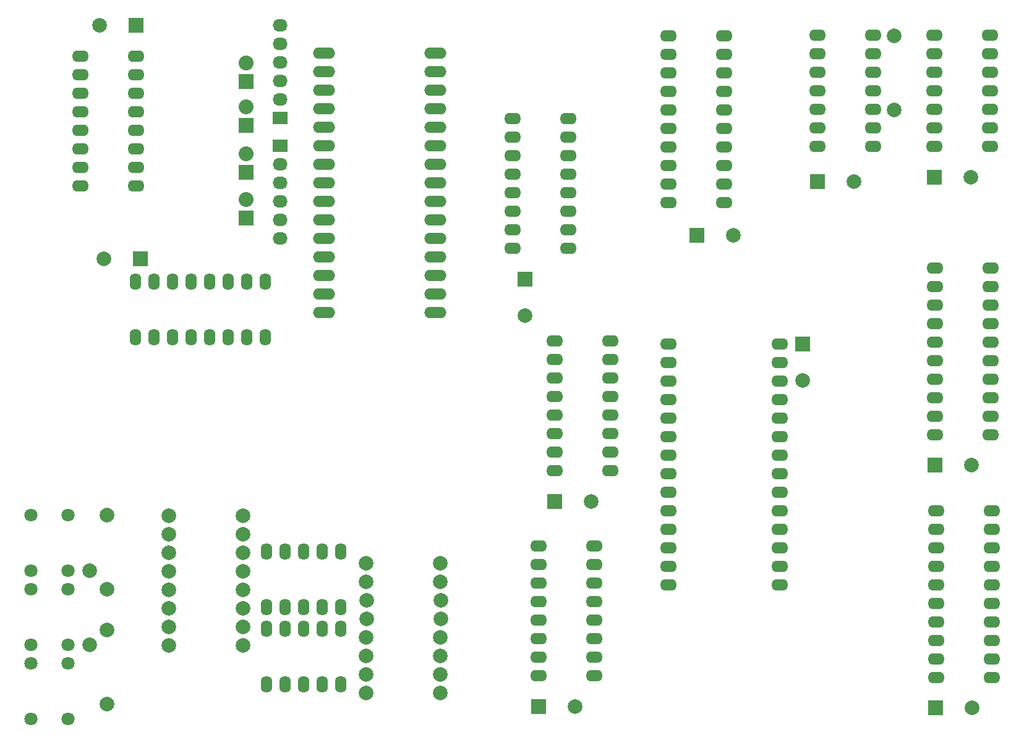
<source format=gbr>
G04 #@! TF.FileFunction,Soldermask,Top*
%FSLAX46Y46*%
G04 Gerber Fmt 4.6, Leading zero omitted, Abs format (unit mm)*
G04 Created by KiCad (PCBNEW 4.0.1-stable) date Dienstag, 26. April 2016 14:06:35*
%MOMM*%
G01*
G04 APERTURE LIST*
%ADD10C,0.100000*%
%ADD11C,1.998980*%
%ADD12O,2.300000X1.600000*%
%ADD13O,1.600000X2.300000*%
%ADD14R,2.032000X2.032000*%
%ADD15O,2.032000X2.032000*%
%ADD16R,2.032000X1.727200*%
%ADD17O,2.032000X1.727200*%
%ADD18O,3.048000X1.524000*%
%ADD19C,1.800000*%
%ADD20R,2.000000X2.000000*%
%ADD21C,2.000000*%
G04 APERTURE END LIST*
D10*
D11*
X103070660Y-118264940D03*
X92910660Y-118264940D03*
X103070660Y-123344940D03*
X92910660Y-123344940D03*
X103070660Y-120804940D03*
X92910660Y-120804940D03*
D12*
X147660400Y-81610200D03*
X147660400Y-79070200D03*
X147660400Y-76530200D03*
X147660400Y-73990200D03*
X147660400Y-71450200D03*
X147660400Y-68910200D03*
X147660400Y-66370200D03*
X147660400Y-63830200D03*
X140040400Y-63830200D03*
X140040400Y-66370200D03*
X140040400Y-68910200D03*
X140040400Y-71450200D03*
X140040400Y-73990200D03*
X140040400Y-76530200D03*
X140040400Y-79070200D03*
X140040400Y-81610200D03*
X153365200Y-112107980D03*
X153365200Y-109567980D03*
X153365200Y-107027980D03*
X153365200Y-104487980D03*
X153365200Y-101947980D03*
X153365200Y-99407980D03*
X153365200Y-96867980D03*
X153365200Y-94327980D03*
X145745200Y-94327980D03*
X145745200Y-96867980D03*
X145745200Y-99407980D03*
X145745200Y-101947980D03*
X145745200Y-104487980D03*
X145745200Y-107027980D03*
X145745200Y-109567980D03*
X145745200Y-112107980D03*
X151223980Y-140202920D03*
X151223980Y-137662920D03*
X151223980Y-135122920D03*
X151223980Y-132582920D03*
X151223980Y-130042920D03*
X151223980Y-127502920D03*
X151223980Y-124962920D03*
X151223980Y-122422920D03*
X143603980Y-122422920D03*
X143603980Y-124962920D03*
X143603980Y-127502920D03*
X143603980Y-130042920D03*
X143603980Y-132582920D03*
X143603980Y-135122920D03*
X143603980Y-137662920D03*
X143603980Y-140202920D03*
D13*
X106342180Y-130754120D03*
X108882180Y-130754120D03*
X111422180Y-130754120D03*
X113962180Y-130754120D03*
X116502180Y-130754120D03*
X116502180Y-123134120D03*
X113962180Y-123134120D03*
X111422180Y-123134120D03*
X108882180Y-123134120D03*
X106342180Y-123134120D03*
X106349800Y-141396720D03*
X108889800Y-141396720D03*
X111429800Y-141396720D03*
X113969800Y-141396720D03*
X116509800Y-141396720D03*
X116509800Y-133776720D03*
X113969800Y-133776720D03*
X111429800Y-133776720D03*
X108889800Y-133776720D03*
X106349800Y-133776720D03*
D12*
X80865478Y-55292524D03*
X80865478Y-57832524D03*
X80865478Y-60372524D03*
X80865478Y-62912524D03*
X80865478Y-65452524D03*
X80865478Y-67992524D03*
X80865478Y-70532524D03*
X80865478Y-73072524D03*
X88485478Y-73072524D03*
X88485478Y-70532524D03*
X88485478Y-67992524D03*
X88485478Y-65452524D03*
X88485478Y-62912524D03*
X88485478Y-60372524D03*
X88485478Y-57832524D03*
X88485478Y-55292524D03*
D13*
X88397080Y-93779340D03*
X90937080Y-93779340D03*
X93477080Y-93779340D03*
X96017080Y-93779340D03*
X98557080Y-93779340D03*
X101097080Y-93779340D03*
X103637080Y-93779340D03*
X106177080Y-93779340D03*
X106177080Y-86159340D03*
X103637080Y-86159340D03*
X101097080Y-86159340D03*
X98557080Y-86159340D03*
X96017080Y-86159340D03*
X93477080Y-86159340D03*
X90937080Y-86159340D03*
X88397080Y-86159340D03*
D14*
X103567840Y-77431900D03*
D15*
X103567840Y-74891900D03*
D16*
X108186220Y-63726060D03*
D17*
X108186220Y-61186060D03*
X108186220Y-58646060D03*
X108186220Y-56106060D03*
X108186220Y-53566060D03*
X108186220Y-51026060D03*
D18*
X129402840Y-90429080D03*
X129402840Y-87889080D03*
X129402840Y-85349080D03*
X129402840Y-82809080D03*
X129402840Y-80269080D03*
X129402840Y-77729080D03*
X129402840Y-75189080D03*
X129402840Y-72649080D03*
X129402840Y-70109080D03*
X129402840Y-67569080D03*
X129402840Y-65029080D03*
X129402840Y-62489080D03*
X129402840Y-59949080D03*
X129402840Y-57409080D03*
X129402840Y-54869080D03*
X114162840Y-54869080D03*
X114162840Y-57409080D03*
X114162840Y-59949080D03*
X114162840Y-62489080D03*
X114162840Y-65029080D03*
X114162840Y-67569080D03*
X114162840Y-70109080D03*
X114162840Y-72649080D03*
X114162840Y-75189080D03*
X114162840Y-77729080D03*
X114162840Y-80269080D03*
X114162840Y-82809080D03*
X114162840Y-85349080D03*
X114162840Y-87889080D03*
X114162840Y-90429080D03*
D11*
X84513420Y-133906260D03*
X84513420Y-144066260D03*
D12*
X168971000Y-75285600D03*
X168971000Y-72745600D03*
X168971000Y-70205600D03*
X168971000Y-67665600D03*
X168971000Y-65125600D03*
X168971000Y-62585600D03*
X168971000Y-60045600D03*
X168971000Y-57505600D03*
X168971000Y-54965600D03*
X168971000Y-52425600D03*
X161351000Y-52425600D03*
X161351000Y-54965600D03*
X161351000Y-57505600D03*
X161351000Y-60045600D03*
X161351000Y-62585600D03*
X161351000Y-65125600D03*
X161351000Y-67665600D03*
X161351000Y-70205600D03*
X161351000Y-72745600D03*
X161351000Y-75285600D03*
D11*
X192262800Y-62611000D03*
X192262800Y-52451000D03*
D12*
X205369200Y-67614800D03*
X205369200Y-65074800D03*
X205369200Y-62534800D03*
X205369200Y-59994800D03*
X205369200Y-57454800D03*
X205369200Y-54914800D03*
X205369200Y-52374800D03*
X197749200Y-52374800D03*
X197749200Y-54914800D03*
X197749200Y-57454800D03*
X197749200Y-59994800D03*
X197749200Y-62534800D03*
X197749200Y-65074800D03*
X197749200Y-67614800D03*
X189367200Y-67614800D03*
X189367200Y-65074800D03*
X189367200Y-62534800D03*
X189367200Y-59994800D03*
X189367200Y-57454800D03*
X189367200Y-54914800D03*
X189367200Y-52374800D03*
X181747200Y-52374800D03*
X181747200Y-54914800D03*
X181747200Y-57454800D03*
X181747200Y-59994800D03*
X181747200Y-62534800D03*
X181747200Y-65074800D03*
X181747200Y-67614800D03*
X161351000Y-94742000D03*
X161351000Y-97282000D03*
X161351000Y-99822000D03*
X161351000Y-102362000D03*
X161351000Y-104902000D03*
X161351000Y-107442000D03*
X161351000Y-109982000D03*
X161351000Y-112522000D03*
X161351000Y-115062000D03*
X161351000Y-117602000D03*
X161351000Y-120142000D03*
X161351000Y-122682000D03*
X161351000Y-125222000D03*
X161351000Y-127762000D03*
X176591000Y-127762000D03*
X176591000Y-125222000D03*
X176591000Y-122682000D03*
X176591000Y-120142000D03*
X176591000Y-117602000D03*
X176591000Y-115062000D03*
X176591000Y-112522000D03*
X176591000Y-109982000D03*
X176591000Y-107442000D03*
X176591000Y-104902000D03*
X176591000Y-102362000D03*
X176591000Y-99822000D03*
X176591000Y-97282000D03*
X176591000Y-94742000D03*
X205445400Y-107188000D03*
X205445400Y-104648000D03*
X205445400Y-102108000D03*
X205445400Y-99568000D03*
X205445400Y-97028000D03*
X205445400Y-94488000D03*
X205445400Y-91948000D03*
X205445400Y-89408000D03*
X205445400Y-86868000D03*
X205445400Y-84328000D03*
X197825400Y-84328000D03*
X197825400Y-86868000D03*
X197825400Y-89408000D03*
X197825400Y-91948000D03*
X197825400Y-94488000D03*
X197825400Y-97028000D03*
X197825400Y-99568000D03*
X197825400Y-102108000D03*
X197825400Y-104648000D03*
X197825400Y-107188000D03*
X205597800Y-140411200D03*
X205597800Y-137871200D03*
X205597800Y-135331200D03*
X205597800Y-132791200D03*
X205597800Y-130251200D03*
X205597800Y-127711200D03*
X205597800Y-125171200D03*
X205597800Y-122631200D03*
X205597800Y-120091200D03*
X205597800Y-117551200D03*
X197977800Y-117551200D03*
X197977800Y-120091200D03*
X197977800Y-122631200D03*
X197977800Y-125171200D03*
X197977800Y-127711200D03*
X197977800Y-130251200D03*
X197977800Y-132791200D03*
X197977800Y-135331200D03*
X197977800Y-137871200D03*
X197977800Y-140411200D03*
D16*
X108214160Y-67551300D03*
D17*
X108214160Y-70091300D03*
X108214160Y-72631300D03*
X108214160Y-75171300D03*
X108214160Y-77711300D03*
X108214160Y-80251300D03*
D11*
X84513420Y-118142260D03*
X84513420Y-128302260D03*
X82100420Y-135947660D03*
X82100420Y-125787660D03*
D19*
X79154020Y-146082260D03*
X74074020Y-146082260D03*
X79154020Y-138462260D03*
X74074020Y-138462260D03*
X79154020Y-125762260D03*
X74074020Y-125762260D03*
X79154020Y-118142260D03*
X74074020Y-118142260D03*
X79154020Y-135922260D03*
X74074020Y-135922260D03*
X79154020Y-128302260D03*
X74074020Y-128302260D03*
D14*
X103567840Y-71183500D03*
D15*
X103567840Y-68643500D03*
D14*
X103565300Y-64770000D03*
D15*
X103565300Y-62230000D03*
D14*
X103565300Y-58737500D03*
D15*
X103565300Y-56197500D03*
D11*
X103070660Y-133504940D03*
X92910660Y-133504940D03*
X103070660Y-136044940D03*
X92910660Y-136044940D03*
X120004840Y-132359400D03*
X130164840Y-132359400D03*
X119984520Y-142523720D03*
X130144520Y-142523720D03*
X119984520Y-139983720D03*
X130144520Y-139983720D03*
X119984520Y-137443720D03*
X130144520Y-137443720D03*
X119984520Y-134903720D03*
X130144520Y-134903720D03*
X120004840Y-129834640D03*
X130164840Y-129834640D03*
X103070660Y-125884940D03*
X92910660Y-125884940D03*
X119984520Y-127283720D03*
X130144520Y-127283720D03*
X119984520Y-124743720D03*
X130144520Y-124743720D03*
X103070660Y-128424940D03*
X92910660Y-128424940D03*
X103070660Y-130964940D03*
X92910660Y-130964940D03*
D20*
X145743920Y-116263420D03*
D21*
X150743920Y-116263420D03*
D20*
X141678000Y-85810080D03*
D21*
X141678000Y-90810080D03*
D20*
X143612860Y-144399000D03*
D21*
X148612860Y-144399000D03*
D20*
X179735000Y-94742000D03*
D21*
X179735000Y-99742000D03*
D20*
X165288000Y-79781400D03*
D21*
X170288000Y-79781400D03*
D20*
X197876200Y-111348000D03*
D21*
X202876200Y-111348000D03*
D20*
X197930800Y-144596600D03*
D21*
X202930800Y-144596600D03*
D20*
X197749200Y-71851000D03*
D21*
X202749200Y-71851000D03*
D20*
X181747200Y-72446400D03*
D21*
X186747200Y-72446400D03*
D20*
X89062560Y-83050380D03*
D21*
X84062560Y-83050380D03*
D20*
X88452458Y-50984684D03*
D21*
X83452458Y-50984684D03*
M02*

</source>
